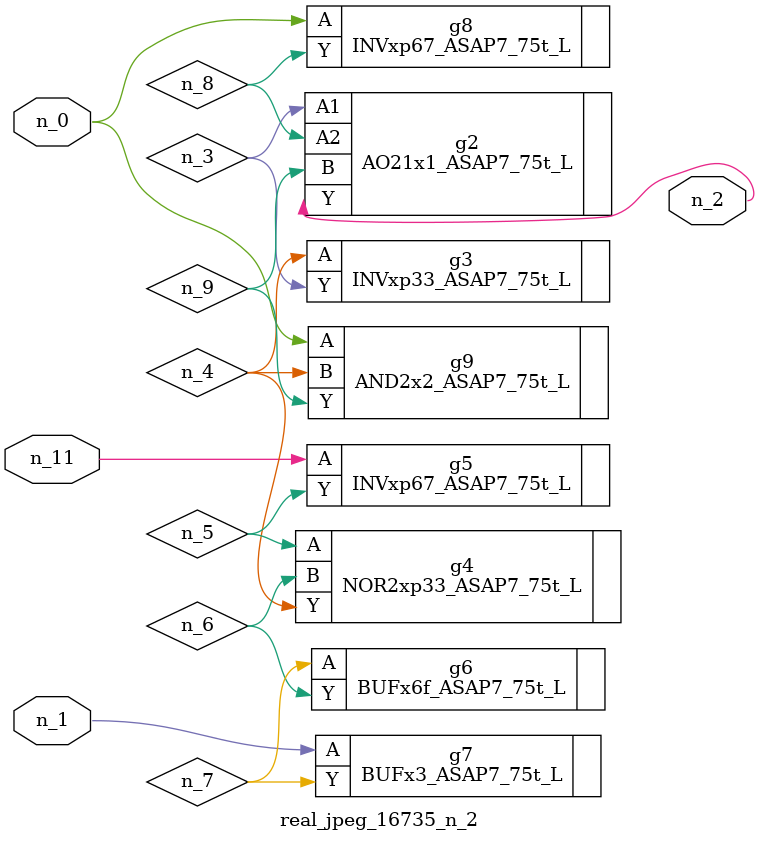
<source format=v>
module real_jpeg_16735_n_2 (n_1, n_11, n_0, n_2);

input n_1;
input n_11;
input n_0;

output n_2;

wire n_5;
wire n_8;
wire n_4;
wire n_6;
wire n_7;
wire n_3;
wire n_9;

INVxp67_ASAP7_75t_L g8 ( 
.A(n_0),
.Y(n_8)
);

AND2x2_ASAP7_75t_L g9 ( 
.A(n_0),
.B(n_4),
.Y(n_9)
);

BUFx3_ASAP7_75t_L g7 ( 
.A(n_1),
.Y(n_7)
);

AO21x1_ASAP7_75t_L g2 ( 
.A1(n_3),
.A2(n_8),
.B(n_9),
.Y(n_2)
);

INVxp33_ASAP7_75t_L g3 ( 
.A(n_4),
.Y(n_3)
);

NOR2xp33_ASAP7_75t_L g4 ( 
.A(n_5),
.B(n_6),
.Y(n_4)
);

BUFx6f_ASAP7_75t_L g6 ( 
.A(n_7),
.Y(n_6)
);

INVxp67_ASAP7_75t_L g5 ( 
.A(n_11),
.Y(n_5)
);


endmodule
</source>
